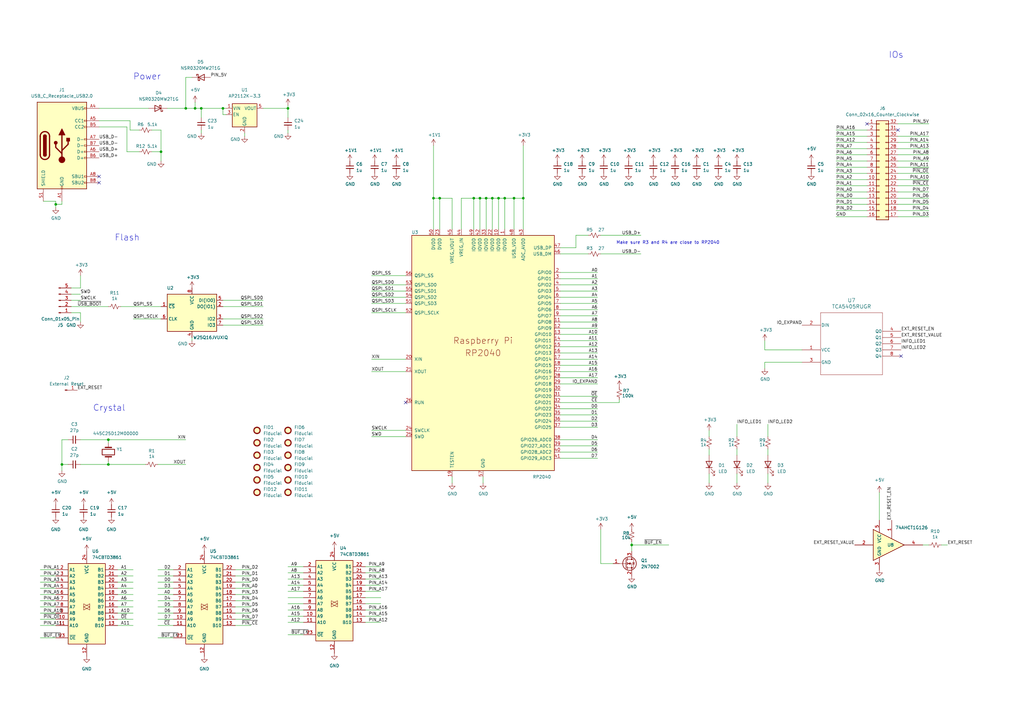
<source format=kicad_sch>
(kicad_sch (version 20231120) (generator "eeschema") (generator_version "8.0")
  (paper "A3")
  (title_block (title "PicoROM - ROM Emulator") (date "2023-07-09") (rev "1.7") (company "Martin Donlon (@wickerwaka)") (comment 1 "Based on RP2040 minimal example"))
  (junction (at 22.86 83.82))
  (junction (at 44.45 180.34))
  (junction (at 25.4 190.5))
  (junction (at 118.11 44.45))
  (junction (at 259.08 223.52))
  (junction (at 80.01 44.45))
  (junction (at 194.31 81.28))
  (junction (at 82.55 44.45))
  (junction (at 214.63 81.28))
  (junction (at 199.39 81.28))
  (junction (at 196.85 81.28))
  (junction (at 210.82 81.28))
  (junction (at 76.2 44.45))
  (junction (at 180.34 81.28))
  (junction (at 91.44 44.45))
  (junction (at 207.01 81.28))
  (junction (at 204.47 81.28))
  (junction (at 44.45 190.5))
  (junction (at 201.93 81.28))
  (junction (at 177.8 81.28))
  (junction (at 66.04 62.23))
  (no_connect (at 166.37 165.1))
  (no_connect (at 40.64 72.39))
  (no_connect (at 355.6 50.8))
  (no_connect (at 40.64 74.93))
  (no_connect (at 368.3 53.34))
  (no_connect (at 369.57 146.05))
  (wire (pts (xy 100.33 54.61) (xy 100.33 55.88)))
  (wire (pts (xy 313.69 139.7) (xy 313.69 143.51)))
  (wire (pts (xy 166.37 152.4) (xy 152.4 152.4)))
  (wire (pts (xy 64.77 238.76) (xy 71.12 238.76)))
  (wire (pts (xy 16.51 254) (xy 22.86 254)))
  (wire (pts (xy 342.9 76.2) (xy 355.6 76.2)))
  (wire (pts (xy 80.01 41.91) (xy 80.01 44.45)))
  (wire (pts (xy 229.87 167.64) (xy 245.11 167.64)))
  (wire (pts (xy 381 71.12) (xy 368.3 71.12)))
  (wire (pts (xy 381 81.28) (xy 368.3 81.28)))
  (wire (pts (xy 96.52 241.3) (xy 102.87 241.3)))
  (wire (pts (xy 185.42 195.58) (xy 185.42 198.12)))
  (wire (pts (xy 302.26 173.99) (xy 302.26 179.07)))
  (wire (pts (xy 107.95 44.45) (xy 118.11 44.45)))
  (wire (pts (xy 33.02 190.5) (xy 44.45 190.5)))
  (wire (pts (xy 118.11 247.65) (xy 124.46 247.65)))
  (wire (pts (xy 96.52 254) (xy 102.87 254)))
  (wire (pts (xy 40.64 52.07) (xy 52.07 52.07)))
  (wire (pts (xy 229.87 111.76) (xy 245.11 111.76)))
  (wire (pts (xy 29.21 120.65) (xy 33.02 120.65)))
  (wire (pts (xy 48.26 236.22) (xy 54.61 236.22)))
  (wire (pts (xy 229.87 101.6) (xy 236.22 101.6)))
  (wire (pts (xy 48.26 233.68) (xy 54.61 233.68)))
  (wire (pts (xy 194.31 93.98) (xy 194.31 81.28)))
  (wire (pts (xy 91.44 44.45) (xy 91.44 46.99)))
  (wire (pts (xy 229.87 149.86) (xy 245.11 149.86)))
  (wire (pts (xy 25.4 180.34) (xy 25.4 190.5)))
  (wire (pts (xy 96.52 246.38) (xy 102.87 246.38)))
  (wire (pts (xy 91.44 123.19) (xy 107.95 123.19)))
  (wire (pts (xy 92.71 46.99) (xy 91.44 46.99)))
  (wire (pts (xy 92.71 44.45) (xy 91.44 44.45)))
  (wire (pts (xy 229.87 142.24) (xy 245.11 142.24)))
  (wire (pts (xy 196.85 81.28) (xy 199.39 81.28)))
  (wire (pts (xy 177.8 81.28) (xy 177.8 93.98)))
  (wire (pts (xy 16.51 246.38) (xy 22.86 246.38)))
  (wire (pts (xy 152.4 179.07) (xy 166.37 179.07)))
  (wire (pts (xy 342.9 73.66) (xy 355.6 73.66)))
  (wire (pts (xy 40.64 49.53) (xy 53.34 49.53)))
  (wire (pts (xy 199.39 81.28) (xy 201.93 81.28)))
  (wire (pts (xy 48.26 256.54) (xy 54.61 256.54)))
  (wire (pts (xy 64.77 246.38) (xy 71.12 246.38)))
  (wire (pts (xy 229.87 116.84) (xy 245.11 116.84)))
  (wire (pts (xy 229.87 144.78) (xy 245.11 144.78)))
  (wire (pts (xy 381 58.42) (xy 368.3 58.42)))
  (wire (pts (xy 16.51 256.54) (xy 22.86 256.54)))
  (wire (pts (xy 229.87 172.72) (xy 245.11 172.72)))
  (wire (pts (xy 328.93 148.59) (xy 313.69 148.59)))
  (wire (pts (xy 246.38 217.17) (xy 246.38 231.14)))
  (wire (pts (xy 229.87 187.96) (xy 245.11 187.96)))
  (wire (pts (xy 40.64 44.45) (xy 60.96 44.45)))
  (wire (pts (xy 82.55 48.26) (xy 82.55 44.45)))
  (wire (pts (xy 207.01 81.28) (xy 210.82 81.28)))
  (wire (pts (xy 236.22 96.52) (xy 241.3 96.52)))
  (wire (pts (xy 48.26 246.38) (xy 54.61 246.38)))
  (wire (pts (xy 44.45 180.34) (xy 76.2 180.34)))
  (wire (pts (xy 229.87 119.38) (xy 245.11 119.38)))
  (wire (pts (xy 22.86 82.55) (xy 22.86 83.82)))
  (wire (pts (xy 342.9 60.96) (xy 355.6 60.96)))
  (wire (pts (xy 64.77 190.5) (xy 76.2 190.5)))
  (wire (pts (xy 48.26 241.3) (xy 54.61 241.3)))
  (wire (pts (xy 207.01 81.28) (xy 207.01 93.98)))
  (wire (pts (xy 48.26 248.92) (xy 54.61 248.92)))
  (wire (pts (xy 118.11 242.57) (xy 124.46 242.57)))
  (wire (pts (xy 29.21 123.19) (xy 33.02 123.19)))
  (wire (pts (xy 177.8 59.69) (xy 177.8 81.28)))
  (wire (pts (xy 27.94 180.34) (xy 25.4 180.34)))
  (wire (pts (xy 22.86 83.82) (xy 22.86 85.09)))
  (wire (pts (xy 185.42 81.28) (xy 180.34 81.28)))
  (wire (pts (xy 118.11 245.11) (xy 124.46 245.11)))
  (wire (pts (xy 378.46 223.52) (xy 381 223.52)))
  (wire (pts (xy 152.4 147.32) (xy 166.37 147.32)))
  (wire (pts (xy 64.77 248.92) (xy 71.12 248.92)))
  (wire (pts (xy 149.86 255.27) (xy 156.21 255.27)))
  (wire (pts (xy 64.77 243.84) (xy 71.12 243.84)))
  (wire (pts (xy 118.11 260.35) (xy 124.46 260.35)))
  (wire (pts (xy 16.51 243.84) (xy 22.86 243.84)))
  (wire (pts (xy 96.52 248.92) (xy 102.87 248.92)))
  (wire (pts (xy 76.2 31.75) (xy 78.74 31.75)))
  (wire (pts (xy 16.51 241.3) (xy 22.86 241.3)))
  (wire (pts (xy 48.26 254) (xy 54.61 254)))
  (wire (pts (xy 229.87 134.62) (xy 245.11 134.62)))
  (wire (pts (xy 180.34 81.28) (xy 177.8 81.28)))
  (wire (pts (xy 52.07 62.23) (xy 57.15 62.23)))
  (wire (pts (xy 229.87 154.94) (xy 245.11 154.94)))
  (wire (pts (xy 259.08 223.52) (xy 259.08 226.06)))
  (wire (pts (xy 149.86 234.95) (xy 156.21 234.95)))
  (wire (pts (xy 229.87 114.3) (xy 245.11 114.3)))
  (wire (pts (xy 76.2 44.45) (xy 80.01 44.45)))
  (wire (pts (xy 246.38 231.14) (xy 251.46 231.14)))
  (wire (pts (xy 152.4 119.38) (xy 166.37 119.38)))
  (wire (pts (xy 194.31 81.28) (xy 196.85 81.28)))
  (wire (pts (xy 381 76.2) (xy 368.3 76.2)))
  (wire (pts (xy 149.86 247.65) (xy 156.21 247.65)))
  (wire (pts (xy 29.21 125.73) (xy 44.45 125.73)))
  (wire (pts (xy 342.9 83.82) (xy 355.6 83.82)))
  (wire (pts (xy 313.69 148.59) (xy 313.69 151.13)))
  (wire (pts (xy 29.21 128.27) (xy 33.02 128.27)))
  (wire (pts (xy 49.53 125.73) (xy 66.04 125.73)))
  (wire (pts (xy 91.44 133.35) (xy 107.95 133.35)))
  (wire (pts (xy 29.21 118.11) (xy 33.02 118.11)))
  (wire (pts (xy 196.85 93.98) (xy 196.85 81.28)))
  (wire (pts (xy 360.68 201.93) (xy 360.68 213.36)))
  (wire (pts (xy 118.11 234.95) (xy 124.46 234.95)))
  (wire (pts (xy 96.52 251.46) (xy 102.87 251.46)))
  (wire (pts (xy 33.02 180.34) (xy 44.45 180.34)))
  (wire (pts (xy 54.61 130.81) (xy 66.04 130.81)))
  (wire (pts (xy 44.45 189.23) (xy 44.45 190.5)))
  (wire (pts (xy 118.11 232.41) (xy 124.46 232.41)))
  (wire (pts (xy 229.87 180.34) (xy 245.11 180.34)))
  (wire (pts (xy 229.87 129.54) (xy 245.11 129.54)))
  (wire (pts (xy 149.86 237.49) (xy 156.21 237.49)))
  (wire (pts (xy 33.02 118.11) (xy 33.02 113.03)))
  (wire (pts (xy 290.83 184.15) (xy 290.83 186.69)))
  (wire (pts (xy 342.9 58.42) (xy 355.6 58.42)))
  (wire (pts (xy 229.87 170.18) (xy 245.11 170.18)))
  (wire (pts (xy 91.44 44.45) (xy 82.55 44.45)))
  (wire (pts (xy 149.86 240.03) (xy 156.21 240.03)))
  (wire (pts (xy 152.4 124.46) (xy 166.37 124.46)))
  (wire (pts (xy 44.45 190.5) (xy 59.69 190.5)))
  (wire (pts (xy 96.52 233.68) (xy 102.87 233.68)))
  (wire (pts (xy 64.77 251.46) (xy 71.12 251.46)))
  (wire (pts (xy 68.58 44.45) (xy 76.2 44.45)))
  (wire (pts (xy 229.87 104.14) (xy 241.3 104.14)))
  (wire (pts (xy 314.96 173.99) (xy 314.96 179.07)))
  (wire (pts (xy 204.47 81.28) (xy 207.01 81.28)))
  (wire (pts (xy 381 55.88) (xy 368.3 55.88)))
  (wire (pts (xy 381 88.9) (xy 368.3 88.9)))
  (wire (pts (xy 118.11 237.49) (xy 124.46 237.49)))
  (wire (pts (xy 229.87 124.46) (xy 245.11 124.46)))
  (wire (pts (xy 229.87 162.56) (xy 245.11 162.56)))
  (wire (pts (xy 64.77 236.22) (xy 71.12 236.22)))
  (wire (pts (xy 82.55 53.34) (xy 82.55 54.61)))
  (wire (pts (xy 229.87 185.42) (xy 245.11 185.42)))
  (wire (pts (xy 342.9 86.36) (xy 355.6 86.36)))
  (wire (pts (xy 214.63 81.28) (xy 214.63 93.98)))
  (wire (pts (xy 381 83.82) (xy 368.3 83.82)))
  (wire (pts (xy 25.4 190.5) (xy 25.4 193.04)))
  (wire (pts (xy 189.23 93.98) (xy 189.23 81.28)))
  (wire (pts (xy 229.87 121.92) (xy 245.11 121.92)))
  (wire (pts (xy 149.86 242.57) (xy 156.21 242.57)))
  (wire (pts (xy 149.86 245.11) (xy 156.21 245.11)))
  (wire (pts (xy 302.26 194.31) (xy 302.26 198.12)))
  (wire (pts (xy 204.47 93.98) (xy 204.47 81.28)))
  (wire (pts (xy 64.77 261.62) (xy 71.12 261.62)))
  (wire (pts (xy 254 165.1) (xy 254 163.83)))
  (wire (pts (xy 44.45 181.61) (xy 44.45 180.34)))
  (wire (pts (xy 381 66.04) (xy 368.3 66.04)))
  (wire (pts (xy 152.4 176.53) (xy 166.37 176.53)))
  (wire (pts (xy 210.82 93.98) (xy 210.82 81.28)))
  (wire (pts (xy 48.26 251.46) (xy 54.61 251.46)))
  (wire (pts (xy 149.86 252.73) (xy 156.21 252.73)))
  (wire (pts (xy 381 50.8) (xy 368.3 50.8)))
  (wire (pts (xy 96.52 243.84) (xy 102.87 243.84)))
  (wire (pts (xy 91.44 125.73) (xy 107.95 125.73)))
  (wire (pts (xy 198.12 195.58) (xy 198.12 198.12)))
  (wire (pts (xy 259.08 222.25) (xy 259.08 223.52)))
  (wire (pts (xy 381 63.5) (xy 368.3 63.5)))
  (wire (pts (xy 76.2 31.75) (xy 76.2 44.45)))
  (wire (pts (xy 53.34 49.53) (xy 53.34 53.34)))
  (wire (pts (xy 118.11 240.03) (xy 124.46 240.03)))
  (wire (pts (xy 25.4 82.55) (xy 25.4 83.82)))
  (wire (pts (xy 246.38 104.14) (xy 262.89 104.14)))
  (wire (pts (xy 96.52 238.76) (xy 102.87 238.76)))
  (wire (pts (xy 342.9 88.9) (xy 355.6 88.9)))
  (wire (pts (xy 210.82 81.28) (xy 214.63 81.28)))
  (wire (pts (xy 342.9 63.5) (xy 355.6 63.5)))
  (wire (pts (xy 386.08 223.52) (xy 388.62 223.52)))
  (wire (pts (xy 302.26 184.15) (xy 302.26 186.69)))
  (wire (pts (xy 16.51 233.68) (xy 22.86 233.68)))
  (wire (pts (xy 66.04 53.34) (xy 66.04 62.23)))
  (wire (pts (xy 290.83 194.31) (xy 290.83 198.12)))
  (wire (pts (xy 16.51 248.92) (xy 22.86 248.92)))
  (wire (pts (xy 342.9 71.12) (xy 355.6 71.12)))
  (wire (pts (xy 22.86 82.55) (xy 17.78 82.55)))
  (wire (pts (xy 52.07 52.07) (xy 52.07 62.23)))
  (wire (pts (xy 229.87 127) (xy 245.11 127)))
  (wire (pts (xy 78.74 138.43) (xy 78.74 139.7)))
  (wire (pts (xy 33.02 128.27) (xy 33.02 132.08)))
  (wire (pts (xy 64.77 254) (xy 71.12 254)))
  (wire (pts (xy 16.51 238.76) (xy 22.86 238.76)))
  (wire (pts (xy 48.26 238.76) (xy 54.61 238.76)))
  (wire (pts (xy 91.44 130.81) (xy 107.95 130.81)))
  (wire (pts (xy 16.51 236.22) (xy 22.86 236.22)))
  (wire (pts (xy 236.22 96.52) (xy 236.22 101.6)))
  (wire (pts (xy 328.93 143.51) (xy 313.69 143.51)))
  (wire (pts (xy 62.23 53.34) (xy 66.04 53.34)))
  (wire (pts (xy 118.11 250.19) (xy 124.46 250.19)))
  (wire (pts (xy 229.87 147.32) (xy 245.11 147.32)))
  (wire (pts (xy 118.11 53.34) (xy 118.11 54.61)))
  (wire (pts (xy 149.86 250.19) (xy 156.21 250.19)))
  (wire (pts (xy 342.9 78.74) (xy 355.6 78.74)))
  (wire (pts (xy 229.87 157.48) (xy 245.11 157.48)))
  (wire (pts (xy 25.4 83.82) (xy 22.86 83.82)))
  (wire (pts (xy 246.38 96.52) (xy 262.89 96.52)))
  (wire (pts (xy 180.34 93.98) (xy 180.34 81.28)))
  (wire (pts (xy 229.87 152.4) (xy 245.11 152.4)))
  (wire (pts (xy 342.9 55.88) (xy 355.6 55.88)))
  (wire (pts (xy 201.93 93.98) (xy 201.93 81.28)))
  (wire (pts (xy 229.87 175.26) (xy 245.11 175.26)))
  (wire (pts (xy 16.51 251.46) (xy 22.86 251.46)))
  (wire (pts (xy 381 60.96) (xy 368.3 60.96)))
  (wire (pts (xy 80.01 44.45) (xy 82.55 44.45)))
  (wire (pts (xy 96.52 256.54) (xy 102.87 256.54)))
  (wire (pts (xy 259.08 223.52) (xy 274.32 223.52)))
  (wire (pts (xy 314.96 194.31) (xy 314.96 198.12)))
  (wire (pts (xy 64.77 241.3) (xy 71.12 241.3)))
  (wire (pts (xy 64.77 256.54) (xy 71.12 256.54)))
  (wire (pts (xy 189.23 81.28) (xy 194.31 81.28)))
  (wire (pts (xy 214.63 59.69) (xy 214.63 81.28)))
  (wire (pts (xy 229.87 165.1) (xy 254 165.1)))
  (wire (pts (xy 342.9 53.34) (xy 355.6 53.34)))
  (wire (pts (xy 16.51 261.62) (xy 22.86 261.62)))
  (wire (pts (xy 118.11 44.45) (xy 118.11 43.18)))
  (wire (pts (xy 96.52 236.22) (xy 102.87 236.22)))
  (wire (pts (xy 201.93 81.28) (xy 204.47 81.28)))
  (wire (pts (xy 229.87 182.88) (xy 245.11 182.88)))
  (wire (pts (xy 381 68.58) (xy 368.3 68.58)))
  (wire (pts (xy 27.94 190.5) (xy 25.4 190.5)))
  (wire (pts (xy 66.04 62.23) (xy 62.23 62.23)))
  (wire (pts (xy 342.9 81.28) (xy 355.6 81.28)))
  (wire (pts (xy 48.26 243.84) (xy 54.61 243.84)))
  (wire (pts (xy 229.87 139.7) (xy 245.11 139.7)))
  (wire (pts (xy 185.42 93.98) (xy 185.42 81.28)))
  (wire (pts (xy 166.37 128.27) (xy 152.4 128.27)))
  (wire (pts (xy 149.86 232.41) (xy 156.21 232.41)))
  (wire (pts (xy 381 73.66) (xy 368.3 73.66)))
  (wire (pts (xy 314.96 184.15) (xy 314.96 186.69)))
  (wire (pts (xy 118.11 252.73) (xy 124.46 252.73)))
  (wire (pts (xy 152.4 121.92) (xy 166.37 121.92)))
  (wire (pts (xy 118.11 255.27) (xy 124.46 255.27)))
  (wire (pts (xy 152.4 116.84) (xy 166.37 116.84)))
  (wire (pts (xy 229.87 137.16) (xy 245.11 137.16)))
  (wire (pts (xy 64.77 233.68) (xy 71.12 233.68)))
  (wire (pts (xy 342.9 66.04) (xy 355.6 66.04)))
  (wire (pts (xy 53.34 53.34) (xy 57.15 53.34)))
  (wire (pts (xy 118.11 48.26) (xy 118.11 44.45)))
  (wire (pts (xy 66.04 62.23) (xy 66.04 66.04)))
  (wire (pts (xy 199.39 93.98) (xy 199.39 81.28)))
  (wire (pts (xy 229.87 132.08) (xy 245.11 132.08)))
  (wire (pts (xy 342.9 68.58) (xy 355.6 68.58)))
  (wire (pts (xy 290.83 176.53) (xy 290.83 179.07)))
  (wire (pts (xy 166.37 113.03) (xy 152.4 113.03)))
  (wire (pts (xy 381 86.36) (xy 368.3 86.36)))
  (wire (pts (xy 381 78.74) (xy 368.3 78.74)))
  (text "Flash" (at 46.99 99.06 0) (effects (font (size 2.54 2.54)) (justify left bottom)))
  (text "Power" (at 54.61 33.02 0) (effects (font (size 2.54 2.54)) (justify left bottom)))
  (text "Make sure R3 and R4 are close to RP2040" (at 252.73 100.33 0) (effects (font (size 1.27 1.27)) (justify left bottom)))
  (text "Crystal" (at 38.1 168.91 0) (effects (font (size 2.54 2.54)) (justify left bottom)))
  (text "IOs" (at 364.49 24.13 0) (effects (font (size 2.54 2.54)) (justify left bottom)))
  (label "A3" (at 52.07 238.76 180))
  (label "PIN_A1" (at 17.78 233.68 0))
  (label "PIN_A5" (at 17.78 243.84 0))
  (label "PIN_A2" (at 17.78 236.22 0))
  (label "PIN_A4" (at 17.78 241.3 0))
  (label "D7" (at 67.31 254 0))
  (label "D2" (at 67.31 233.68 0))
  (label "XOUT" (at 76.2 190.5 180))
  (label "PIN_A13" (at 151.13 237.49 0))
  (label "PIN_D1" (at 99.06 236.22 0))
  (label "A8" (at 245.11 132.08 180))
  (label "~{USB_BOOT}" (at 31.75 125.73 0))
  (label "PIN_A17" (at 381 55.88 180))
  (label "A1" (at 245.11 114.3 180))
  (label "A2" (at 52.07 236.22 180))
  (label "QSPI_SD3" (at 152.4 124.46 0))
  (label "USB_D+" (at 40.64 64.77 0))
  (label "PIN_5V" (at 381 50.8 180))
  (label "D5" (at 245.11 182.88 180))
  (label "INFO_LED1" (at 302.26 173.99 0))
  (label "PIN_A4" (at 342.9 68.58 0))
  (label "A17" (at 119.38 242.57 0))
  (label "USB_D+" (at 40.64 62.23 0))
  (label "PIN_D6" (at 381 81.28 180))
  (label "EXT_RESET_EN" (at 369.57 135.89 0))
  (label "XOUT" (at 152.4 152.4 0))
  (label "PIN_A1" (at 342.9 76.2 0))
  (label "D6" (at 245.11 185.42 180))
  (label "QSPI_SD0" (at 152.4 116.84 0))
  (label "PIN_A0" (at 342.9 78.74 0))
  (label "A0" (at 245.11 111.76 180))
  (label "PIN_D2" (at 342.9 86.36 0))
  (label "SWCLK" (at 33.02 123.19 0))
  (label "A2" (at 245.11 116.84 180))
  (label "D3" (at 245.11 175.26 180))
  (label "A0" (at 69.85 243.84 180))
  (label "A11" (at 245.11 139.7 180))
  (label "QSPI_SD0" (at 107.95 123.19 180))
  (label "SWCLK" (at 152.4 176.53 0))
  (label "A16" (at 119.38 250.19 0))
  (label "D4" (at 245.11 180.34 180))
  (label "D7" (at 245.11 187.96 180))
  (label "PIN_5V" (at 86.36 31.75 0))
  (label "EXT_RESET" (at 388.62 223.52 0))
  (label "PIN_D0" (at 99.06 238.76 0))
  (label "A12" (at 119.38 255.27 0))
  (label "IO_EXPAND" (at 328.93 133.35 180))
  (label "A10" (at 245.11 137.16 180))
  (label "A5" (at 245.11 124.46 180))
  (label "A12" (at 245.11 142.24 180))
  (label "~{CE}" (at 69.85 256.54 180))
  (label "PIN_A5" (at 342.9 66.04 0))
  (label "~{BUF_EN}" (at 17.78 261.62 0))
  (label "USB_D-" (at 262.89 104.14 180))
  (label "PIN_A2" (at 342.9 73.66 0))
  (label "PIN_A11" (at 381 68.58 180))
  (label "PIN_A12" (at 151.13 255.27 0))
  (label "PIN_A3" (at 342.9 71.12 0))
  (label "PIN_A8" (at 151.13 234.95 0))
  (label "SWD" (at 33.02 120.65 0))
  (label "PIN_A8" (at 381 63.5 180))
  (label "QSPI_SD1" (at 107.95 125.73 180))
  (label "PIN_D3" (at 99.06 243.84 0))
  (label "D0" (at 67.31 238.76 0))
  (label "~{CE}" (at 245.11 165.1 180))
  (label "PIN_A7" (at 342.9 60.96 0))
  (label "SWD" (at 152.4 179.07 0))
  (label "PIN_A6" (at 342.9 63.5 0))
  (label "EXT_RESET_EN" (at 365.76 213.36 90))
  (label "PIN_A6" (at 17.78 246.38 0))
  (label "A4" (at 245.11 121.92 180))
  (label "A13" (at 245.11 144.78 180))
  (label "QSPI_SS" (at 152.4 113.03 0))
  (label "PIN_A10" (at 381 73.66 180))
  (label "USB_D-" (at 40.64 59.69 0))
  (label "PIN_D3" (at 381 88.9 180))
  (label "A1" (at 52.07 233.68 180))
  (label "QSPI_SCLK" (at 54.61 130.81 0))
  (label "QSPI_SD3" (at 107.95 133.35 180))
  (label "PIN_A11" (at 17.78 256.54 0))
  (label "QSPI_SS" (at 54.61 125.73 0))
  (label "PIN_D4" (at 381 86.36 180))
  (label "PIN_A9" (at 381 66.04 180))
  (label "D1" (at 245.11 170.18 180))
  (label "PIN_A10" (at 17.78 251.46 0))
  (label "IO_EXPAND" (at 245.11 157.48 180))
  (label "PIN_A12" (at 342.9 58.42 0))
  (label "XIN" (at 76.2 180.34 180))
  (label "PIN_A3" (at 17.78 238.76 0))
  (label "PIN_A13" (at 381 60.96 180))
  (label "PIN_A16" (at 151.13 250.19 0))
  (label "~{PIN_OE}" (at 381 71.12 180))
  (label "~{BUF_EN}" (at 264.16 223.52 0))
  (label "~{BUF_EN}" (at 119.38 260.35 0))
  (label "EXT_RESET_VALUE" (at 369.57 138.43 0))
  (label "A9" (at 119.38 232.41 0))
  (label "INFO_LED2" (at 314.96 173.99 0))
  (label "D2" (at 245.11 172.72 180))
  (label "A13" (at 119.38 237.49 0))
  (label "~{OE}" (at 49.53 254 0))
  (label "A15" (at 245.11 149.86 180))
  (label "~{PIN_CE}" (at 99.06 256.54 0))
  (label "D3" (at 67.31 241.3 0))
  (label "~{OE}" (at 245.11 162.56 180))
  (label "XIN" (at 152.4 147.32 0))
  (label "A16" (at 245.11 152.4 180))
  (label "PIN_A14" (at 151.13 240.03 0))
  (label "A14" (at 245.11 147.32 180))
  (label "A14" (at 119.38 240.03 0))
  (label "EXT_RESET_VALUE" (at 350.52 223.52 180))
  (label "A5" (at 52.07 243.84 180))
  (label "INFO_LED2" (at 369.57 143.51 0))
  (label "PIN_A7" (at 17.78 248.92 0))
  (label "PIN_D5" (at 99.06 248.92 0))
  (label "PIN_A16" (at 342.9 53.34 0))
  (label "PIN_A15" (at 151.13 252.73 0))
  (label "QSPI_SD2" (at 107.95 130.81 180))
  (label "A6" (at 52.07 246.38 180))
  (label "PIN_D7" (at 381 78.74 180))
  (label "D1" (at 67.31 236.22 0))
  (label "QSPI_SD1" (at 152.4 119.38 0))
  (label "A10" (at 49.53 251.46 0))
  (label "PIN_D4" (at 99.06 246.38 0))
  (label "USB_D-" (at 40.64 57.15 0))
  (label "A6" (at 245.11 127 180))
  (label "A7" (at 245.11 129.54 180))
  (label "~{PIN_OE}" (at 17.78 254 0))
  (label "PIN_D5" (at 381 83.82 180))
  (label "EXT_RESET" (at 31.75 160.02 0))
  (label "PIN_D0" (at 342.9 81.28 0))
  (label "A3" (at 245.11 119.38 180))
  (label "~{PIN_CE}" (at 381 76.2 180))
  (label "PIN_A0" (at 99.06 241.3 0))
  (label "~{BUF_EN}" (at 66.04 261.62 0))
  (label "PIN_D6" (at 99.06 251.46 0))
  (label "A8" (at 119.38 234.95 0))
  (label "A11" (at 49.53 256.54 0))
  (label "GND" (at 342.9 88.9 0))
  (label "A9" (at 245.11 134.62 180))
  (label "PIN_A14" (at 381 58.42 180))
  (label "PIN_A17" (at 151.13 242.57 0))
  (label "PIN_D1" (at 342.9 83.82 0))
  (label "PIN_A9" (at 151.13 232.41 0))
  (label "USB_D+" (at 262.89 96.52 180))
  (label "D6" (at 67.31 251.46 0))
  (label "D4" (at 67.31 246.38 0))
  (label "PIN_D7" (at 99.06 254 0))
  (label "D5" (at 67.31 248.92 0))
  (label "QSPI_SCLK" (at 152.4 128.27 0))
  (label "A7" (at 52.07 248.92 180))
  (label "D0" (at 245.11 167.64 180))
  (label "PIN_A15" (at 342.9 55.88 0))
  (label "QSPI_SD2" (at 152.4 121.92 0))
  (label "A17" (at 245.11 154.94 180))
  (label "PIN_D2" (at 99.06 233.68 0))
  (label "INFO_LED1" (at 369.57 140.97 0))
  (label "A15" (at 119.38 252.73 0))
  (label "A4" (at 52.07 241.3 180))
  (symbol (lib_id "MCU_RaspberryPi_RP2040:RP2040") (at 198.12 144.78 0) (unit 1)
    (property "Reference" "U3" (at 170.18 95.25 0))
    (property "Value" "RP2040" (at 222.25 195.58 0))
    (property "Footprint" "RP2040_minimal:RP2040-QFN-56" (effects (hide yes)))
    (property "MPN" "C2040" (effects (hide yes)))
  )
  (symbol (lib_id "power:GND") (at 25.4 193.04 0) (unit 1)
    (property "Reference" "#PWR06" (effects (hide yes)))
    (property "Value" "GND" (at 25.527 197.4342 0))
  )
  (symbol (lib_id "Memory_Flash:W25Q128JVS") (at 78.74 128.27 0) (unit 1)
    (property "Reference" "U2" (at 69.85 118.11 0))
    (property "Value" "W25Q16JVUXIQ" (at 86.36 138.43 0))
    (property "Footprint" "Package_SON:Winbond_USON-8-1EP_3x2mm_P0.5mm_EP0.2x1.6mm" (effects (hide yes)))
    (property "Datasheet" "http://www.winbond.com/resource-files/w25q128jv_dtr%20revc%2003272018%20plus.pdf" (effects (hide yes)))
    (property "MPN" "C2843335" (effects (hide yes)))
  )
  (symbol (lib_id "power:+3V3") (at 78.74 118.11 0) (unit 1)
    (property "Reference" "#PWR07" (effects (hide yes)))
    (property "Value" "+3V3" (at 79.121 113.7158 0))
  )
  (symbol (lib_id "power:GND") (at 78.74 139.7 0) (unit 1)
    (property "Reference" "#PWR08" (effects (hide yes)))
    (property "Value" "GND" (at 74.93 140.97 0))
  )
  (symbol (lib_id "power:GND") (at 198.12 198.12 0) (unit 1)
    (property "Reference" "#PWR016" (effects (hide yes)))
    (property "Value" "GND" (at 198.247 202.5142 0))
  )
  (symbol (lib_id "power:GND") (at 185.42 198.12 0) (unit 1)
    (property "Reference" "#PWR015" (effects (hide yes)))
    (property "Value" "GND" (at 185.547 202.5142 0))
  )
  (symbol (lib_id "power:GND") (at 22.86 85.09 0) (unit 1)
    (property "Reference" "#PWR01" (effects (hide yes)))
    (property "Value" "GND" (at 22.987 89.4842 0))
  )
  (symbol (lib_id "power:+3V3") (at 214.63 59.69 0) (unit 1)
    (property "Reference" "#PWR017" (effects (hide yes)))
    (property "Value" "+3V3" (at 215.011 55.2958 0))
  )
  (symbol (lib_id "power:+1V1") (at 177.8 59.69 0) (unit 1)
    (property "Reference" "#PWR014" (effects (hide yes)))
    (property "Value" "+1V1" (at 178.181 55.2958 0))
  )
  (symbol (lib_id "power:GND") (at 100.33 55.88 0) (unit 1)
    (property "Reference" "#PWR05" (effects (hide yes)))
    (property "Value" "GND" (at 96.52 57.15 0))
  )
  (symbol (lib_id "power:+3V3") (at 118.11 43.18 0) (unit 1)
    (property "Reference" "#PWR09" (effects (hide yes)))
    (property "Value" "+3V3" (at 118.491 38.7858 0))
  )
  (symbol (lib_id "power:GND") (at 82.55 54.61 0) (unit 1)
    (property "Reference" "#PWR04" (effects (hide yes)))
    (property "Value" "GND" (at 78.74 55.88 0))
  )
  (symbol (lib_id "power:GND") (at 118.11 54.61 0) (unit 1)
    (property "Reference" "#PWR010" (effects (hide yes)))
    (property "Value" "GND" (at 114.3 55.88 0))
  )
  (symbol (lib_id "Device:Crystal") (at 44.45 185.42 270) (unit 1)
    (property "Reference" "Y1" (at 47.7774 184.2516 90) (effects (justify left)))
    (property "Value" "445C25D12M00000" (at 38.1 177.8 90) (effects (justify left)))
    (property "Footprint" "Crystal:Crystal_SMD_5032-2Pin_5.0x3.2mm" (effects (hide yes)))
    (property "MPN" "C148313" (effects (hide yes)))
  )
  (symbol (lib_id "power:+3V3") (at 247.65 66.04 0) (unit 1)
    (property "Reference" "#PWR047" (effects (hide yes)))
    (property "Value" "+3V3" (at 248.031 61.6458 0))
  )
  (symbol (lib_id "power:GND") (at 153.67 71.12 0) (unit 1)
    (property "Reference" "#PWR062" (effects (hide yes)))
    (property "Value" "GND" (at 153.797 75.5142 0))
  )
  (symbol (lib_id "power:+3V3") (at 246.38 217.17 0) (unit 1)
    (property "Reference" "#PWR055" (effects (hide yes)))
    (property "Value" "+3V3" (at 246.761 212.7758 0))
  )
  (symbol (lib_id "Mechanical:Fiducial") (at 105.41 181.61 0) (unit 1) (exclude_from_sim yes) (in_bom no)
    (property "Reference" "FID2" (at 107.95 180.3399 0) (effects (justify left)))
    (property "Value" "Fiducial" (at 107.95 182.8799 0) (effects (justify left)))
    (property "Footprint" "UNIC:Fiducial_0.5mm_Mask1mm" (effects (hide yes)))
    (property "Description" "Fiducial Marker" (effects (hide yes)))
  )
  (symbol (lib_id "power:+5V") (at 80.01 41.91 0) (unit 1)
    (property "Reference" "#PWR02" (effects (hide yes)))
    (property "Value" "+5V" (at 80.01 36.83 0))
    (property "Description" "Power symbol creates a global label with name \"+5V\"" (effects (hide yes)))
  )
  (symbol (lib_id "Device:R_Small_US") (at 243.84 104.14 90) (unit 1)
    (property "Reference" "R3" (at 241.808 101.854 90))
    (property "Value" "27" (at 246.634 101.854 90))
    (property "Footprint" "Resistor_SMD:R_0402_1005Metric_Pad0.72x0.64mm_HandSolder" (effects (hide yes)))
    (property "Description" "Resistor, small US symbol" (effects (hide yes)))
  )
  (symbol (lib_id "Device:C_Small") (at 143.51 68.58 0) (unit 1)
    (property "Reference" "C6" (at 146.05 67.3162 0) (effects (justify left)))
    (property "Value" "1u" (at 146.05 69.8562 0) (effects (justify left)))
    (property "Footprint" "Capacitor_SMD:C_0402_1005Metric_Pad0.74x0.62mm_HandSolder" (effects (hide yes)))
    (property "Description" "Unpolarized capacitor, small symbol" (effects (hide yes)))
  )
  (symbol (lib_id "Regulator_Linear:AP2112K-3.3") (at 100.33 46.99 0) (unit 1)
    (property "Reference" "U1" (at 100.33 36.83 0))
    (property "Value" "AP2112K-3.3" (at 100.33 39.37 0))
    (property "Footprint" "Package_TO_SOT_SMD:SOT-23-5" (effects (hide yes)))
    (property "Datasheet" "https://www.diodes.com/assets/Datasheets/AP2112.pdf" (effects (hide yes)))
    (property "MPN" "C51118" (effects (hide yes)))
  )
  (symbol (lib_id "Mechanical:Fiducial") (at 118.11 186.69 0) (unit 1) (exclude_from_sim yes) (in_bom no)
    (property "Reference" "FID8" (at 120.65 185.4199 0) (effects (justify left)))
    (property "Value" "Fiducial" (at 120.65 187.9599 0) (effects (justify left)))
    (property "Footprint" "UNIC:Fiducial_0.5mm_Mask1mm" (effects (hide yes)))
    (property "Description" "Fiducial Marker" (effects (hide yes)))
  )
  (symbol (lib_id "Device:C_Small") (at 162.56 68.58 0) (unit 1)
    (property "Reference" "C8" (at 165.1 67.3162 0) (effects (justify left)))
    (property "Value" "1u" (at 165.1 69.8562 0) (effects (justify left)))
    (property "Footprint" "Capacitor_SMD:C_0402_1005Metric_Pad0.74x0.62mm_HandSolder" (effects (hide yes)))
    (property "Description" "Unpolarized capacitor, small symbol" (effects (hide yes)))
  )
  (symbol (lib_name "GND_1") (lib_id "power:GND") (at 45.72 212.09 0) (unit 1)
    (property "Reference" "#PWR036" (effects (hide yes)))
    (property "Value" "GND" (at 45.72 217.17 0))
  )
  (symbol (lib_id "Device:LED") (at 314.96 190.5 90) (unit 1)
    (property "Reference" "D3" (at 318.77 190.8174 90) (effects (justify right)))
    (property "Value" "LED" (at 318.77 193.3574 90) (effects (justify right)))
    (property "Footprint" "LED_SMD:LED_0603_1608Metric" (effects (hide yes)))
    (property "MPN" "C2925173" (effects (hide yes)))
  )
  (symbol (lib_name "GND_1") (lib_id "power:GND") (at 22.86 212.09 0) (unit 1)
    (property "Reference" "#PWR020" (effects (hide yes)))
    (property "Value" "GND" (at 22.86 217.17 0))
  )
  (symbol (lib_id "power:+5V") (at 22.86 207.01 0) (unit 1)
    (property "Reference" "#PWR03" (effects (hide yes)))
    (property "Value" "+5V" (at 22.86 201.93 0))
    (property "Description" "Power symbol creates a global label with name \"+5V\"" (effects (hide yes)))
  )
  (symbol (lib_id "Device:R_Small_US") (at 383.54 223.52 90) (unit 1)
    (property "Reference" "R10" (at 383.54 217.932 90))
    (property "Value" "1k" (at 383.54 220.218 90))
    (property "Footprint" "Resistor_SMD:R_0402_1005Metric_Pad0.72x0.64mm_HandSolder" (effects (hide yes)))
    (property "Description" "Resistor, small US symbol" (effects (hide yes)))
  )
  (symbol (lib_id "power:+3V3") (at 228.6 66.04 0) (unit 1)
    (property "Reference" "#PWR038" (effects (hide yes)))
    (property "Value" "+3V3" (at 228.981 61.6458 0))
  )
  (symbol (lib_id "74xx:74CBTD3861") (at 83.82 248.92 0) (unit 1)
    (property "Reference" "U5" (at 86.0141 226.06 0) (effects (justify left)))
    (property "Value" "74CBTD3861" (at 86.0141 228.6 0) (effects (justify left)))
    (property "Footprint" "Package_SO:TSSOP-24_4.4x5mm_P0.4mm" (effects (hide yes)))
    (property "Datasheet" "https://www.ti.com/lit/ds/symlink/sn74cbtd3861.pdf" (effects (hide yes)))
    (property "Description" "10-bit FET Bus switch" (effects (hide yes)))
  )
  (symbol (lib_id "TCA5404:TCA5405RUGR") (at 328.93 133.35 0) (unit 1)
    (property "Reference" "U7" (at 349.25 123.19 0) (effects (font (size 1.524 1.524))))
    (property "Value" "TCA5405RUGR" (at 349.25 125.73 0) (effects (font (size 1.524 1.524))))
    (property "Footprint" "RP2040_minimal:X2QFN-8_L1.5-W1.5-P0.50-BL" (effects (hide yes)))
    (property "Datasheet" "TCA5405RUGR" (effects (hide yes)))
    (property "MPN" "C2674123" (effects (hide yes)))
  )
  (symbol (lib_id "Device:C_Small") (at 257.81 68.58 0) (unit 1)
    (property "Reference" "C11" (at 260.35 67.3162 0) (effects (justify left)))
    (property "Value" "1u" (at 260.35 69.8562 0) (effects (justify left)))
    (property "Footprint" "Capacitor_SMD:C_0402_1005Metric_Pad0.74x0.62mm_HandSolder" (effects (hide yes)))
    (property "Description" "Unpolarized capacitor, small symbol" (effects (hide yes)))
  )
  (symbol (lib_id "power:GND") (at 332.74 71.12 0) (unit 1)
    (property "Reference" "#PWR070" (effects (hide yes)))
    (property "Value" "GND" (at 332.867 75.5142 0))
  )
  (symbol (lib_id "Mechanical:Fiducial") (at 105.41 191.77 0) (unit 1) (exclude_from_sim yes) (in_bom no)
    (property "Reference" "FID4" (at 107.95 190.4999 0) (effects (justify left)))
    (property "Value" "Fiducial" (at 107.95 193.0399 0) (effects (justify left)))
    (property "Footprint" "UNIC:Fiducial_0.5mm_Mask1mm" (effects (hide yes)))
    (property "Description" "Fiducial Marker" (effects (hide yes)))
  )
  (symbol (lib_id "power:+3V3") (at 267.97 66.04 0) (unit 1)
    (property "Reference" "#PWR051" (effects (hide yes)))
    (property "Value" "+3V3" (at 268.351 61.6458 0))
  )
  (symbol (lib_id "power:GND") (at 33.02 132.08 0) (unit 1)
    (property "Reference" "#PWR039" (effects (hide yes)))
    (property "Value" "GND" (at 29.21 133.35 0))
  )
  (symbol (lib_id "Mechanical:Fiducial") (at 118.11 176.53 0) (unit 1) (exclude_from_sim yes) (in_bom no)
    (property "Reference" "FID6" (at 120.65 175.2599 0) (effects (justify left)))
    (property "Value" "Fiducial" (at 120.65 177.7999 0) (effects (justify left)))
    (property "Footprint" "UNIC:Fiducial_0.5mm_Mask1mm" (effects (hide yes)))
    (property "Description" "Fiducial Marker" (effects (hide yes)))
  )
  (symbol (lib_name "GND_1") (lib_id "power:GND") (at 34.29 212.09 0) (unit 1)
    (property "Reference" "#PWR024" (effects (hide yes)))
    (property "Value" "GND" (at 34.29 217.17 0))
  )
  (symbol (lib_id "Mechanical:Fiducial") (at 118.11 181.61 0) (unit 1) (exclude_from_sim yes) (in_bom no)
    (property "Reference" "FID7" (at 120.65 180.3399 0) (effects (justify left)))
    (property "Value" "Fiducial" (at 120.65 182.8799 0) (effects (justify left)))
    (property "Footprint" "UNIC:Fiducial_0.5mm_Mask1mm" (effects (hide yes)))
    (property "Description" "Fiducial Marker" (effects (hide yes)))
  )
  (symbol (lib_id "Device:R_Small_US") (at 59.69 53.34 90) (unit 1)
    (property "Reference" "R6" (at 57.658 51.054 90))
    (property "Value" "5.1k" (at 62.484 51.054 90))
    (property "Footprint" "Resistor_SMD:R_0402_1005Metric_Pad0.72x0.64mm_HandSolder" (effects (hide yes)))
    (property "Description" "Resistor, small US symbol" (effects (hide yes)))
  )
  (symbol (lib_name "GND_1") (lib_id "power:GND") (at 137.16 267.97 0) (unit 1)
    (property "Reference" "#PWR044" (effects (hide yes)))
    (property "Value" "GND" (at 137.16 273.05 0))
  )
  (symbol (lib_id "power:GND") (at 162.56 71.12 0) (unit 1)
    (property "Reference" "#PWR064" (effects (hide yes)))
    (property "Value" "GND" (at 162.687 75.5142 0))
  )
  (symbol (lib_id "Device:D_Schottky") (at 82.55 31.75 0) (unit 1)
    (property "Reference" "D5" (at 82.2325 25.4 0))
    (property "Value" "NSR0320MW2T1G" (at 82.2325 27.94 0))
    (property "Footprint" "Diode_SMD:D_SOD-323" (effects (hide yes)))
    (property "Description" "Schottky diode" (effects (hide yes)))
    (property "MPN" "C48192" (effects (hide yes)))
  )
  (symbol (lib_id "power:+1V1") (at 162.56 66.04 0) (unit 1)
    (property "Reference" "#PWR012" (effects (hide yes)))
    (property "Value" "+1V1" (at 162.941 61.6458 0))
  )
  (symbol (lib_id "power:GND") (at 302.26 71.12 0) (unit 1)
    (property "Reference" "#PWR034" (effects (hide yes)))
    (property "Value" "GND" (at 302.387 75.5142 0))
  )
  (symbol (lib_id "power:GND") (at 238.76 71.12 0) (unit 1)
    (property "Reference" "#PWR023" (effects (hide yes)))
    (property "Value" "GND" (at 238.887 75.5142 0))
  )
  (symbol (lib_id "power:+5V") (at 35.56 226.06 0) (unit 1)
    (property "Reference" "#PWR042" (effects (hide yes)))
    (property "Value" "+5V" (at 35.56 220.98 0))
    (property "Description" "Power symbol creates a global label with name \"+5V\"" (effects (hide yes)))
  )
  (symbol (lib_id "power:+3V3") (at 290.83 176.53 0) (unit 1)
    (property "Reference" "#PWR026" (effects (hide yes)))
    (property "Value" "+3V3" (at 291.211 172.1358 0))
  )
  (symbol (lib_id "Device:C_Small") (at 302.26 68.58 0) (unit 1)
    (property "Reference" "C13" (at 304.8 67.3162 0) (effects (justify left)))
    (property "Value" "1u" (at 304.8 69.8562 0) (effects (justify left)))
    (property "Footprint" "Capacitor_SMD:C_0402_1005Metric_Pad0.74x0.62mm_HandSolder" (effects (hide yes)))
    (property "Description" "Unpolarized capacitor, small symbol" (effects (hide yes)))
  )
  (symbol (lib_id "power:+3V3") (at 294.64 66.04 0) (unit 1)
    (property "Reference" "#PWR067" (effects (hide yes)))
    (property "Value" "+3V3" (at 295.021 61.6458 0))
  )
  (symbol (lib_id "power:+5V") (at 259.08 217.17 0) (unit 1)
    (property "Reference" "#PWR053" (effects (hide yes)))
    (property "Value" "+5V" (at 259.08 212.09 0))
    (property "Description" "Power symbol creates a global label with name \"+5V\"" (effects (hide yes)))
  )
  (symbol (lib_id "Device:C_Small") (at 45.72 209.55 0) (unit 1)
    (property "Reference" "C17" (at 48.26 208.2862 0) (effects (justify left)))
    (property "Value" "1u" (at 48.26 210.8262 0) (effects (justify left)))
    (property "Footprint" "Capacitor_SMD:C_0402_1005Metric_Pad0.74x0.62mm_HandSolder" (effects (hide yes)))
    (property "Description" "Unpolarized capacitor, small symbol" (effects (hide yes)))
  )
  (symbol (lib_id "Device:C_Small") (at 285.75 68.58 0) (unit 1)
    (property "Reference" "C1" (at 288.29 67.3162 0) (effects (justify left)))
    (property "Value" "1u" (at 288.29 69.8562 0) (effects (justify left)))
    (property "Footprint" "Capacitor_SMD:C_0402_1005Metric_Pad0.74x0.62mm_HandSolder" (effects (hide yes)))
    (property "Description" "Unpolarized capacitor, small symbol" (effects (hide yes)))
  )
  (symbol (lib_id "Device:R_Small_US") (at 314.96 181.61 180) (unit 1)
    (property "Reference" "R9" (at 312.674 180.594 0))
    (property "Value" "1k" (at 312.674 182.372 0))
    (property "Footprint" "Resistor_SMD:R_0402_1005Metric_Pad0.72x0.64mm_HandSolder" (effects (hide yes)))
    (property "Description" "Resistor, small US symbol" (effects (hide yes)))
  )
  (symbol (lib_id "Mechanical:Fiducial") (at 118.11 201.93 0) (unit 1) (exclude_from_sim yes) (in_bom no)
    (property "Reference" "FID11" (at 120.65 200.6599 0) (effects (justify left)))
    (property "Value" "Fiducial" (at 120.65 203.1999 0) (effects (justify left)))
    (property "Footprint" "UNIC:Fiducial_0.5mm_Mask1mm" (effects (hide yes)))
    (property "Description" "Fiducial Marker" (effects (hide yes)))
  )
  (symbol (lib_id "power:GND") (at 143.51 71.12 0) (unit 1)
    (property "Reference" "#PWR013" (effects (hide yes)))
    (property "Value" "GND" (at 143.637 75.5142 0))
  )
  (symbol (lib_id "Device:C_Small") (at 332.74 68.58 0) (unit 1)
    (property "Reference" "C5" (at 335.28 67.3162 0) (effects (justify left)))
    (property "Value" "1u" (at 335.28 69.8562 0) (effects (justify left)))
    (property "Footprint" "Capacitor_SMD:C_0402_1005Metric_Pad0.74x0.62mm_HandSolder" (effects (hide yes)))
    (property "Description" "Unpolarized capacitor, small symbol" (effects (hide yes)))
  )
  (symbol (lib_id "Device:R_Small_US") (at 259.08 219.71 180) (unit 1)
    (property "Reference" "R8" (at 256.794 218.694 0))
    (property "Value" "10k" (at 256.794 220.472 0))
    (property "Footprint" "Resistor_SMD:R_0402_1005Metric_Pad0.72x0.64mm_HandSolder" (effects (hide yes)))
    (property "Description" "Resistor, small US symbol" (effects (hide yes)))
  )
  (symbol (lib_id "Mechanical:Fiducial") (at 105.41 186.69 0) (unit 1) (exclude_from_sim yes) (in_bom no)
    (property "Reference" "FID3" (at 107.95 185.4199 0) (effects (justify left)))
    (property "Value" "Fiducial" (at 107.95 187.9599 0) (effects (justify left)))
    (property "Footprint" "UNIC:Fiducial_0.5mm_Mask1mm" (effects (hide yes)))
    (property "Description" "Fiducial Marker" (effects (hide yes)))
  )
  (symbol (lib_id "power:GND") (at 66.04 66.04 0) (unit 1)
    (property "Reference" "#PWR019" (effects (hide yes)))
    (property "Value" "GND" (at 62.23 67.31 0))
  )
  (symbol (lib_id "Device:R_Small_US") (at 302.26 181.61 180) (unit 1)
    (property "Reference" "R2" (at 299.974 180.594 0))
    (property "Value" "1k" (at 299.974 182.372 0))
    (property "Footprint" "Resistor_SMD:R_0402_1005Metric_Pad0.72x0.64mm_HandSolder" (effects (hide yes)))
    (property "Description" "Resistor, small US symbol" (effects (hide yes)))
  )
  (symbol (lib_id "Device:LED") (at 302.26 190.5 90) (unit 1)
    (property "Reference" "D2" (at 306.07 190.8175 90) (effects (justify right)))
    (property "Value" "LED" (at 306.07 193.3575 90) (effects (justify right)))
    (property "Footprint" "LED_SMD:LED_0603_1608Metric" (effects (hide yes)))
    (property "MPN" "C2922668" (effects (hide yes)))
  )
  (symbol (lib_id "74xx:74CBTD3861") (at 137.16 247.65 0) (unit 1)
    (property "Reference" "U4" (at 139.3541 224.79 0) (effects (justify left)))
    (property "Value" "74CBTD3861" (at 139.3541 227.33 0) (effects (justify left)))
    (property "Footprint" "Package_SO:TSSOP-24_4.4x5mm_P0.4mm" (effects (hide yes)))
    (property "Datasheet" "https://www.ti.com/lit/ds/symlink/sn74cbtd3861.pdf" (effects (hide yes)))
    (property "Description" "10-bit FET Bus switch" (effects (hide yes)))
  )
  (symbol (lib_id "power:+3V3") (at 302.26 66.04 0) (unit 1)
    (property "Reference" "#PWR028" (effects (hide yes)))
    (property "Value" "+3V3" (at 302.641 61.6458 0))
  )
  (symbol (lib_id "power:+3V3") (at 33.02 113.03 0) (unit 1)
    (property "Reference" "#PWR040" (effects (hide yes)))
    (property "Value" "+3V3" (at 33.401 108.6358 0))
  )
  (symbol (lib_id "power:+5V") (at 360.68 201.93 0) (unit 1)
    (property "Reference" "#PWR035" (effects (hide yes)))
    (property "Value" "+5V" (at 360.68 196.85 0))
    (property "Description" "Power symbol creates a global label with name \"+5V\"" (effects (hide yes)))
  )
  (symbol (lib_id "Device:C_Small") (at 118.11 50.8 0) (unit 1)
    (property "Reference" "C24" (at 120.65 49.5362 0) (effects (justify left)))
    (property "Value" "1u" (at 120.65 52.0762 0) (effects (justify left)))
    (property "Footprint" "Capacitor_SMD:C_0402_1005Metric_Pad0.74x0.62mm_HandSolder" (effects (hide yes)))
    (property "Description" "Unpolarized capacitor, small symbol" (effects (hide yes)))
  )
  (symbol (lib_id "Connector_Generic:Conn_02x16_Counter_Clockwise") (at 360.68 68.58 0) (unit 1)
    (property "Reference" "J6" (at 361.95 44.45 0))
    (property "Value" "Conn_02x16_Counter_Clockwise" (at 361.95 46.99 0))
    (property "Footprint" "UNIC:DIP-32_pin_header" (effects (hide yes)))
    (property "Description" "Generic connector, double row, 02x16, counter clockwise pin numbering scheme (similar to DIP package numbering), script generated (kicad-library-utils/schlib/autogen/connector/)" (effects (hide yes)))
  )
  (symbol (lib_id "power:GND") (at 294.64 71.12 0) (unit 1)
    (property "Reference" "#PWR068" (effects (hide yes)))
    (property "Value" "GND" (at 294.767 75.5142 0))
  )
  (symbol (lib_id "power:+3V3") (at 276.86 66.04 0) (unit 1)
    (property "Reference" "#PWR059" (effects (hide yes)))
    (property "Value" "+3V3" (at 277.241 61.6458 0))
  )
  (symbol (lib_id "Device:C_Small") (at 294.64 68.58 0) (unit 1)
    (property "Reference" "C4" (at 297.18 67.3162 0) (effects (justify left)))
    (property "Value" "1u" (at 297.18 69.8562 0) (effects (justify left)))
    (property "Footprint" "Capacitor_SMD:C_0402_1005Metric_Pad0.74x0.62mm_HandSolder" (effects (hide yes)))
    (property "Description" "Unpolarized capacitor, small symbol" (effects (hide yes)))
  )
  (symbol (lib_id "Device:R_Small_US") (at 254 161.29 180) (unit 1)
    (property "Reference" "R7" (at 256.794 160.274 0))
    (property "Value" "100k" (at 257.556 162.306 0))
    (property "Footprint" "Resistor_SMD:R_0402_1005Metric_Pad0.72x0.64mm_HandSolder" (effects (hide yes)))
    (property "Description" "Resistor, small US symbol" (effects (hide yes)))
  )
  (symbol (lib_id "Device:C_Small") (at 276.86 68.58 0) (unit 1)
    (property "Reference" "C16" (at 279.4 67.3162 0) (effects (justify left)))
    (property "Value" "1u" (at 279.4 69.8562 0) (effects (justify left)))
    (property "Footprint" "Capacitor_SMD:C_0402_1005Metric_Pad0.74x0.62mm_HandSolder" (effects (hide yes)))
    (property "Description" "Unpolarized capacitor, small symbol" (effects (hide yes)))
  )
  (symbol (lib_id "power:+5V") (at 83.82 226.06 0) (unit 1)
    (property "Reference" "#PWR045" (effects (hide yes)))
    (property "Value" "+5V" (at 83.82 220.98 0))
    (property "Description" "Power symbol creates a global label with name \"+5V\"" (effects (hide yes)))
  )
  (symbol (lib_id "Connector:Conn_01x05_Pin") (at 24.13 123.19 0) (mirror x) (unit 1) (in_bom no)
    (property "Reference" "J5" (at 24.765 133.35 0))
    (property "Value" "Conn_01x05_Pin" (at 24.765 130.81 0))
    (property "Footprint" "Connector_PinHeader_1.00mm:PinHeader_1x05_P1.00mm_Vertical" (effects (hide yes)))
    (property "Description" "Generic connector, single row, 01x05, script generated" (effects (hide yes)))
  )
  (symbol (lib_id "Device:R_Small_US") (at 59.69 62.23 90) (unit 1)
    (property "Reference" "R12" (at 57.658 59.944 90))
    (property "Value" "5.1k" (at 62.484 59.944 90))
    (property "Footprint" "Resistor_SMD:R_0402_1005Metric_Pad0.72x0.64mm_HandSolder" (effects (hide yes)))
    (property "Description" "Resistor, small US symbol" (effects (hide yes)))
  )
  (symbol (lib_id "power:GND") (at 302.26 198.12 0) (unit 1)
    (property "Reference" "#PWR025" (effects (hide yes)))
    (property "Value" "GND" (at 302.387 202.5142 0))
  )
  (symbol (lib_id "Device:C_Small") (at 267.97 68.58 0) (unit 1)
    (property "Reference" "C12" (at 270.51 67.3162 0) (effects (justify left)))
    (property "Value" "1u" (at 270.51 69.8562 0) (effects (justify left)))
    (property "Footprint" "Capacitor_SMD:C_0402_1005Metric_Pad0.74x0.62mm_HandSolder" (effects (hide yes)))
    (property "Description" "Unpolarized capacitor, small symbol" (effects (hide yes)))
  )
  (symbol (lib_id "power:+3V3") (at 313.69 139.7 0) (unit 1)
    (property "Reference" "#PWR030" (effects (hide yes)))
    (property "Value" "+3V3" (at 314.071 135.3058 0))
  )
  (symbol (lib_id "Device:R_Small_US") (at 46.99 125.73 90) (unit 1)
    (property "Reference" "R11" (at 46.99 120.142 90))
    (property "Value" "1k" (at 46.99 122.428 90))
    (property "Footprint" "Resistor_SMD:R_0402_1005Metric_Pad0.72x0.64mm_HandSolder" (effects (hide yes)))
    (property "Description" "Resistor, small US symbol" (effects (hide yes)))
  )
  (symbol (lib_id "Device:C_Small") (at 153.67 68.58 0) (unit 1)
    (property "Reference" "C7" (at 156.21 67.3162 0) (effects (justify left)))
    (property "Value" "1u" (at 156.21 69.8562 0) (effects (justify left)))
    (property "Footprint" "Capacitor_SMD:C_0402_1005Metric_Pad0.74x0.62mm_HandSolder" (effects (hide yes)))
    (property "Description" "Unpolarized capacitor, small symbol" (effects (hide yes)))
  )
  (symbol (lib_id "power:+3V3") (at 254 158.75 0) (unit 1)
    (property "Reference" "#PWR041" (effects (hide yes)))
    (property "Value" "+3V3" (at 254.381 154.3558 0))
  )
  (symbol (lib_id "Device:C_Small") (at 30.48 190.5 90) (unit 1)
    (property "Reference" "C2" (at 30.4863 184.15 90))
    (property "Value" "27p" (at 30.4863 186.69 90))
    (property "Footprint" "Capacitor_SMD:C_0402_1005Metric_Pad0.74x0.62mm_HandSolder" (effects (hide yes)))
    (property "Description" "Unpolarized capacitor, small symbol" (effects (hide yes)))
  )
  (symbol (lib_id "Device:LED") (at 290.83 190.5 90) (unit 1)
    (property "Reference" "D1" (at 294.64 190.8175 90) (effects (justify right)))
    (property "Value" "LED" (at 294.64 193.3575 90) (effects (justify right)))
    (property "Footprint" "LED_SMD:LED_0603_1608Metric" (effects (hide yes)))
    (property "MPN" "C510027" (effects (hide yes)))
  )
  (symbol (lib_id "power:+5V") (at 34.29 207.01 0) (unit 1)
    (property "Reference" "#PWR021" (effects (hide yes)))
    (property "Value" "+5V" (at 34.29 201.93 0))
    (property "Description" "Power symbol creates a global label with name \"+5V\"" (effects (hide yes)))
  )
  (symbol (lib_id "74xx:74CBTD3861") (at 35.56 248.92 0) (unit 1)
    (property "Reference" "U6" (at 37.7541 226.06 0) (effects (justify left)))
    (property "Value" "74CBTD3861" (at 37.7541 228.6 0) (effects (justify left)))
    (property "Footprint" "Package_SO:TSSOP-24_4.4x5mm_P0.4mm" (effects (hide yes)))
    (property "Datasheet" "https://www.ti.com/lit/ds/symlink/sn74cbtd3861.pdf" (effects (hide yes)))
    (property "Description" "10-bit FET Bus switch" (effects (hide yes)))
  )
  (symbol (lib_id "Transistor_FET:2N7002") (at 256.54 231.14 0) (unit 1)
    (property "Reference" "Q1" (at 262.89 229.8699 0) (effects (justify left)))
    (property "Value" "2N7002" (at 262.89 232.4099 0) (effects (justify left)))
    (property "Footprint" "Package_TO_SOT_SMD:SOT-23" (effects (hide yes)))
    (property "Datasheet" "https://www.onsemi.com/pub/Collateral/NDS7002A-D.PDF" (effects (hide yes)))
    (property "Description" "0.115A Id, 60V Vds, N-Channel MOSFET, SOT-23" (effects (hide yes)))
  )
  (symbol (lib_id "Device:C_Small") (at 228.6 68.58 0) (unit 1)
    (property "Reference" "C18" (at 231.14 67.3162 0) (effects (justify left)))
    (property "Value" "1u" (at 231.14 69.8562 0) (effects (justify left)))
    (property "Footprint" "Capacitor_SMD:C_0402_1005Metric_Pad0.74x0.62mm_HandSolder" (effects (hide yes)))
    (property "Description" "Unpolarized capacitor, small symbol" (effects (hide yes)))
  )
  (symbol (lib_name "GND_1") (lib_id "power:GND") (at 83.82 269.24 0) (unit 1)
    (property "Reference" "#PWR046" (effects (hide yes)))
    (property "Value" "GND" (at 83.82 274.32 0))
  )
  (symbol (lib_id "Device:D_Schottky") (at 64.77 44.45 180) (unit 1)
    (property "Reference" "D4" (at 65.0875 38.1 0))
    (property "Value" "NSR0320MW2T1G" (at 65.0875 40.64 0))
    (property "Footprint" "Diode_SMD:D_SOD-323" (effects (hide yes)))
    (property "Description" "Schottky diode" (effects (hide yes)))
    (property "MPN" "C48192" (effects (hide yes)))
  )
  (symbol (lib_id "power:+1V1") (at 143.51 66.04 0) (unit 1)
    (property "Reference" "#PWR063" (effects (hide yes)))
    (property "Value" "+1V1" (at 143.891 61.6458 0))
  )
  (symbol (lib_id "power:+5V") (at 137.16 224.79 0) (unit 1)
    (property "Reference" "#PWR043" (effects (hide yes)))
    (property "Value" "+5V" (at 137.16 219.71 0))
    (property "Description" "Power symbol creates a global label with name \"+5V\"" (effects (hide yes)))
  )
  (symbol (lib_id "Connector:Conn_01x01_Pin") (at 26.67 160.02 0) (unit 1) (in_bom no)
    (property "Reference" "J2" (at 27.305 154.94 0))
    (property "Value" "External Reset" (at 27.305 157.48 0))
    (property "Footprint" "TestPoint:TestPoint_Pad_D3.0mm" (effects (hide yes)))
    (property "Description" "Generic connector, single row, 01x01, script generated" (effects (hide yes)))
  )
  (symbol (lib_id "power:GND") (at 285.75 71.12 0) (unit 1)
    (property "Reference" "#PWR066" (effects (hide yes)))
    (property "Value" "GND" (at 285.877 75.5142 0))
  )
  (symbol (lib_id "power:GND") (at 228.6 71.12 0) (unit 1)
    (property "Reference" "#PWR037" (effects (hide yes)))
    (property "Value" "GND" (at 228.727 75.5142 0))
  )
  (symbol (lib_id "power:GND") (at 276.86 71.12 0) (unit 1)
    (property "Reference" "#PWR060" (effects (hide yes)))
    (property "Value" "GND" (at 276.987 75.5142 0))
  )
  (symbol (lib_id "power:+3V3") (at 257.81 66.04 0) (unit 1)
    (property "Reference" "#PWR049" (effects (hide yes)))
    (property "Value" "+3V3" (at 258.191 61.6458 0))
  )
  (symbol (lib_id "power:GND") (at 360.68 233.68 0) (unit 1)
    (property "Reference" "#PWR032" (effects (hide yes)))
    (property "Value" "GND" (at 360.807 238.0742 0))
  )
  (symbol (lib_name "GND_1") (lib_id "power:GND") (at 35.56 269.24 0) (unit 1)
    (property "Reference" "#PWR029" (effects (hide yes)))
    (property "Value" "GND" (at 35.56 274.32 0))
  )
  (symbol (lib_id "Mechanical:Fiducial") (at 105.41 196.85 0) (unit 1) (exclude_from_sim yes) (in_bom no)
    (property "Reference" "FID5" (at 107.95 195.5799 0) (effects (justify left)))
    (property "Value" "Fiducial" (at 107.95 198.1199 0) (effects (justify left)))
    (property "Footprint" "UNIC:Fiducial_0.5mm_Mask1mm" (effects (hide yes)))
    (property "Description" "Fiducial Marker" (effects (hide yes)))
  )
  (symbol (lib_id "Device:C_Small") (at 22.86 209.55 0) (unit 1)
    (property "Reference" "C20" (at 25.4 208.2862 0) (effects (justify left)))
    (property "Value" "1u" (at 25.4 210.8262 0) (effects (justify left)))
    (property "Footprint" "Capacitor_SMD:C_0402_1005Metric_Pad0.74x0.62mm_HandSolder" (effects (hide yes)))
    (property "Description" "Unpolarized capacitor, small symbol" (effects (hide yes)))
  )
  (symbol (lib_id "Device:C_Small") (at 30.48 180.34 90) (unit 1)
    (property "Reference" "C3" (at 30.4863 173.99 90))
    (property "Value" "27p" (at 30.4863 176.53 90))
    (property "Footprint" "Capacitor_SMD:C_0402_1005Metric_Pad0.74x0.62mm_HandSolder" (effects (hide yes)))
    (property "Description" "Unpolarized capacitor, small symbol" (effects (hide yes)))
  )
  (symbol (lib_id "power:+5V") (at 332.74 66.04 0) (unit 1)
    (property "Reference" "#PWR011" (effects (hide yes)))
    (property "Value" "+5V" (at 332.74 60.96 0))
    (property "Description" "Power symbol creates a global label with name \"+5V\"" (effects (hide yes)))
  )
  (symbol (lib_id "Device:R_Small_US") (at 62.23 190.5 90) (unit 1)
    (property "Reference" "R1" (at 62.23 184.912 90))
    (property "Value" "1k" (at 62.23 187.198 90))
    (property "Footprint" "Resistor_SMD:R_0402_1005Metric_Pad0.72x0.64mm_HandSolder" (effects (hide yes)))
    (property "Description" "Resistor, small US symbol" (effects (hide yes)))
  )
  (symbol (lib_id "Mechanical:Fiducial") (at 118.11 191.77 0) (unit 1) (exclude_from_sim yes) (in_bom no)
    (property "Reference" "FID9" (at 120.65 190.4999 0) (effects (justify left)))
    (property "Value" "Fiducial" (at 120.65 193.0399 0) (effects (justify left)))
    (property "Footprint" "UNIC:Fiducial_0.5mm_Mask1mm" (effects (hide yes)))
    (property "Description" "Fiducial Marker" (effects (hide yes)))
  )
  (symbol (lib_id "power:GND") (at 290.83 198.12 0) (unit 1)
    (property "Reference" "#PWR022" (effects (hide yes)))
    (property "Value" "GND" (at 290.957 202.5142 0))
  )
  (symbol (lib_id "Device:C_Small") (at 238.76 68.58 0) (unit 1)
    (property "Reference" "C9" (at 241.3 67.3162 0) (effects (justify left)))
    (property "Value" "1u" (at 241.3 69.8562 0) (effects (justify left)))
    (property "Footprint" "Capacitor_SMD:C_0402_1005Metric_Pad0.74x0.62mm_HandSolder" (effects (hide yes)))
    (property "Description" "Unpolarized capacitor, small symbol" (effects (hide yes)))
  )
  (symbol (lib_id "Mechanical:Fiducial") (at 105.41 176.53 0) (unit 1) (exclude_from_sim yes) (in_bom no)
    (property "Reference" "FID1" (at 107.95 175.2599 0) (effects (justify left)))
    (property "Value" "Fiducial" (at 107.95 177.7999 0) (effects (justify left)))
    (property "Footprint" "UNIC:Fiducial_0.5mm_Mask1mm" (effects (hide yes)))
    (property "Description" "Fiducial Marker" (effects (hide yes)))
  )
  (symbol (lib_id "Mechanical:Fiducial") (at 118.11 196.85 0) (unit 1) (exclude_from_sim yes) (in_bom no)
    (property "Reference" "FID10" (at 120.65 195.5799 0) (effects (justify left)))
    (property "Value" "Fiducial" (at 120.65 198.1199 0) (effects (justify left)))
    (property "Footprint" "UNIC:Fiducial_0.5mm_Mask1mm" (effects (hide yes)))
    (property "Description" "Fiducial Marker" (effects (hide yes)))
  )
  (symbol (lib_id "power:GND") (at 313.69 151.13 0) (unit 1)
    (property "Reference" "#PWR031" (effects (hide yes)))
    (property "Value" "GND" (at 313.817 155.5242 0))
  )
  (symbol (lib_id "Connector:USB_C_Receptacle_USB2.0") (at 25.4 59.69 0) (unit 1)
    (property "Reference" "J1" (at 25.4 36.83 0))
    (property "Value" "USB_C_Receptacle_USB2.0" (at 25.4 39.37 0))
    (property "Footprint" "Connector_USB:USB_C_Receptacle_G-Switch_GT-USB-7051x" (effects (hide yes)))
    (property "Datasheet" "https://www.usb.org/sites/default/files/documents/usb_type-c.zip" (effects (hide yes)))
    (property "MPN" "C2843970" (effects (hide yes)))
  )
  (symbol (lib_id "power:+3V3") (at 285.75 66.04 0) (unit 1)
    (property "Reference" "#PWR065" (effects (hide yes)))
    (property "Value" "+3V3" (at 286.131 61.6458 0))
  )
  (symbol (lib_id "Device:C_Small") (at 82.55 50.8 0) (unit 1)
    (property "Reference" "C23" (at 85.09 49.5362 0) (effects (justify left)))
    (property "Value" "1u" (at 85.09 52.0762 0) (effects (justify left)))
    (property "Footprint" "Capacitor_SMD:C_0402_1005Metric_Pad0.74x0.62mm_HandSolder" (effects (hide yes)))
    (property "Description" "Unpolarized capacitor, small symbol" (effects (hide yes)))
  )
  (symbol (lib_id "Mechanical:Fiducial") (at 105.41 201.93 0) (unit 1) (exclude_from_sim yes) (in_bom no)
    (property "Reference" "FID12" (at 107.95 200.6599 0) (effects (justify left)))
    (property "Value" "Fiducial" (at 107.95 203.1999 0) (effects (justify left)))
    (property "Footprint" "UNIC:Fiducial_0.5mm_Mask1mm" (effects (hide yes)))
    (property "Description" "Fiducial Marker" (effects (hide yes)))
  )
  (symbol (lib_id "power:GND") (at 259.08 236.22 0) (unit 1)
    (property "Reference" "#PWR054" (effects (hide yes)))
    (property "Value" "GND" (at 259.207 240.6142 0))
  )
  (symbol (lib_id "power:+5V") (at 45.72 207.01 0) (unit 1)
    (property "Reference" "#PWR027" (effects (hide yes)))
    (property "Value" "+5V" (at 45.72 201.93 0))
    (property "Description" "Power symbol creates a global label with name \"+5V\"" (effects (hide yes)))
  )
  (symbol (lib_id "power:GND") (at 247.65 71.12 0) (unit 1)
    (property "Reference" "#PWR048" (effects (hide yes)))
    (property "Value" "GND" (at 247.777 75.5142 0))
  )
  (symbol (lib_id "power:+1V1") (at 153.67 66.04 0) (unit 1)
    (property "Reference" "#PWR061" (effects (hide yes)))
    (property "Value" "+1V1" (at 154.051 61.6458 0))
  )
  (symbol (lib_id "Device:R_Small_US") (at 290.83 181.61 180) (unit 1)
    (property "Reference" "R4" (at 288.544 180.594 0))
    (property "Value" "1k" (at 288.544 182.372 0))
    (property "Footprint" "Resistor_SMD:R_0402_1005Metric_Pad0.72x0.64mm_HandSolder" (effects (hide yes)))
    (property "Description" "Resistor, small US symbol" (effects (hide yes)))
  )
  (symbol (lib_id "Device:C_Small") (at 247.65 68.58 0) (unit 1)
    (property "Reference" "C10" (at 250.19 67.3162 0) (effects (justify left)))
    (property "Value" "1u" (at 250.19 69.8562 0) (effects (justify left)))
    (property "Footprint" "Capacitor_SMD:C_0402_1005Metric_Pad0.74x0.62mm_HandSolder" (effects (hide yes)))
    (property "Description" "Unpolarized capacitor, small symbol" (effects (hide yes)))
  )
  (symbol (lib_id "Device:C_Small") (at 34.29 209.55 0) (unit 1)
    (property "Reference" "C19" (at 36.83 208.2862 0) (effects (justify left)))
    (property "Value" "1u" (at 36.83 210.8262 0) (effects (justify left)))
    (property "Footprint" "Capacitor_SMD:C_0402_1005Metric_Pad0.74x0.62mm_HandSolder" (effects (hide yes)))
    (property "Description" "Unpolarized capacitor, small symbol" (effects (hide yes)))
  )
  (symbol (lib_id "power:GND") (at 257.81 71.12 0) (unit 1)
    (property "Reference" "#PWR050" (effects (hide yes)))
    (property "Value" "GND" (at 257.937 75.5142 0))
  )
  (symbol (lib_id "power:GND") (at 267.97 71.12 0) (unit 1)
    (property "Reference" "#PWR052" (effects (hide yes)))
    (property "Value" "GND" (at 268.097 75.5142 0))
  )
  (symbol (lib_id "power:+3V3") (at 238.76 66.04 0) (unit 1)
    (property "Reference" "#PWR018" (effects (hide yes)))
    (property "Value" "+3V3" (at 239.141 61.6458 0))
  )
  (symbol (lib_id "Device:R_Small_US") (at 243.84 96.52 90) (unit 1)
    (property "Reference" "R5" (at 241.808 94.234 90))
    (property "Value" "27" (at 246.634 94.234 90))
    (property "Footprint" "Resistor_SMD:R_0402_1005Metric_Pad0.72x0.64mm_HandSolder" (effects (hide yes)))
    (property "Description" "Resistor, small US symbol" (effects (hide yes)))
  )
  (symbol (lib_id "power:GND") (at 314.96 198.12 0) (unit 1)
    (property "Reference" "#PWR033" (effects (hide yes)))
    (property "Value" "GND" (at 315.087 202.5142 0))
  )
  (symbol (lib_id "74xGxx:74AHCT1G126") (at 365.76 223.52 0) (unit 1)
    (property "Reference" "U8" (at 365.252 223.52 0))
    (property "Value" "74AHCT1G126" (at 373.888 216.408 0))
    (property "Footprint" "Package_TO_SOT_SMD:SOT-23-5" (effects (hide yes)))
    (property "Datasheet" "http://www.ti.com/lit/sg/scyt129e/scyt129e.pdf" (effects (hide yes)))
    (property "Description" "Single Buffer Gate Tri-State, Low-Voltage CMOS" (effects (hide yes)))
    (property "MPN" "C163712" (effects (hide yes)))
  )
)
</source>
